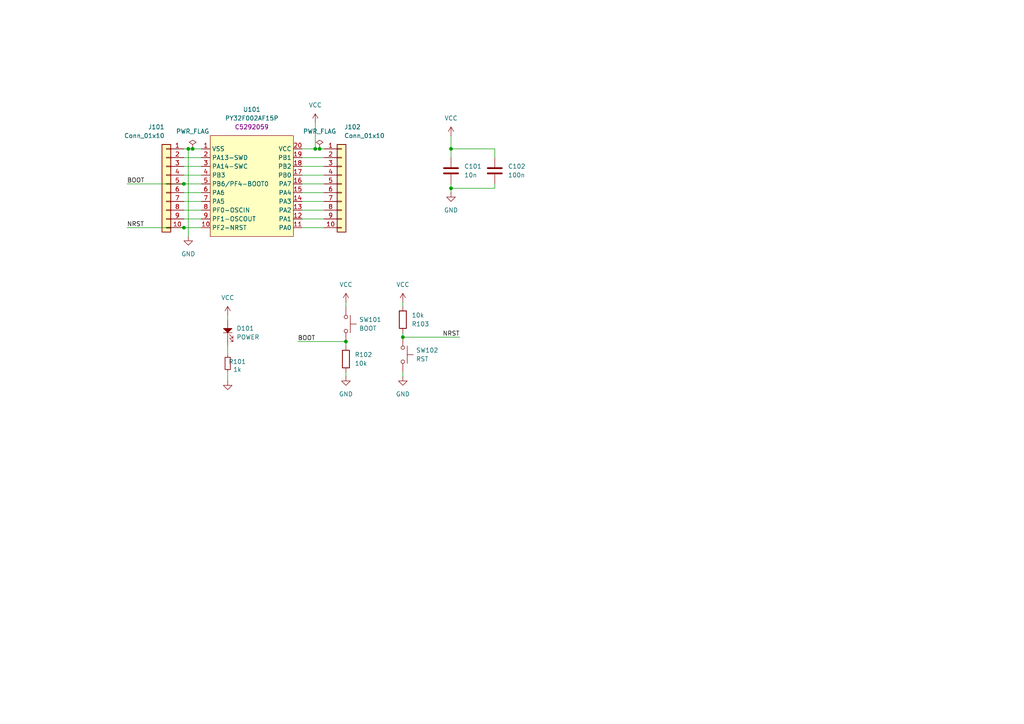
<source format=kicad_sch>
(kicad_sch (version 20231120) (generator "eeschema") (generator_version "8.0")
  (paper "A4")
  (lib_symbols
    (symbol "Connector_Generic:Conn_01x10" (pin_names (offset 1.016) hide)
      (property "Reference" "J" (at 0 12.7 0))
      (property "Value" "Conn_01x10" (at 0 -15.24 0))
      (symbol "Conn_01x10_1_1"
        (rectangle (start -1.27 -12.573) (end 0 -12.827) (stroke (width 0.1524)))
        (rectangle (start -1.27 -10.033) (end 0 -10.287) (stroke (width 0.1524)))
        (rectangle (start -1.27 -7.493) (end 0 -7.747) (stroke (width 0.1524)))
        (rectangle (start -1.27 -4.953) (end 0 -5.207) (stroke (width 0.1524)))
        (rectangle (start -1.27 -2.413) (end 0 -2.667) (stroke (width 0.1524)))
        (rectangle (start -1.27 0.127) (end 0 -0.127) (stroke (width 0.1524)))
        (rectangle (start -1.27 2.667) (end 0 2.413) (stroke (width 0.1524)))
        (rectangle (start -1.27 5.207) (end 0 4.953) (stroke (width 0.1524)))
        (rectangle (start -1.27 7.747) (end 0 7.493) (stroke (width 0.1524)))
        (rectangle (start -1.27 10.287) (end 0 10.033) (stroke (width 0.1524)))
        (rectangle (start -1.27 11.43) (end 1.27 -13.97) (stroke (width 0.254)) (fill (type background)))
        (pin passive line (at -5.08 10.16 0) (length 3.81) (name "Pin_1") (number "1"))
        (pin passive line (at -5.08 -12.7 0) (length 3.81) (name "Pin_10") (number "10"))
        (pin passive line (at -5.08 7.62 0) (length 3.81) (name "Pin_2") (number "2"))
        (pin passive line (at -5.08 5.08 0) (length 3.81) (name "Pin_3") (number "3"))
        (pin passive line (at -5.08 2.54 0) (length 3.81) (name "Pin_4") (number "4"))
        (pin passive line (at -5.08 0 0) (length 3.81) (name "Pin_5") (number "5"))
        (pin passive line (at -5.08 -2.54 0) (length 3.81) (name "Pin_6") (number "6"))
        (pin passive line (at -5.08 -5.08 0) (length 3.81) (name "Pin_7") (number "7"))
        (pin passive line (at -5.08 -7.62 0) (length 3.81) (name "Pin_8") (number "8"))
        (pin passive line (at -5.08 -10.16 0) (length 3.81) (name "Pin_9") (number "9"))
      )
    )
    (symbol "Device:C" (pin_numbers hide) (pin_names (offset 0.254))
      (property "Reference" "C" (at 0.635 2.54 0))
      (property "Value" "C" (at 0.635 -2.54 0))
      (symbol "C_0_1"
        (polyline (pts (xy -2.032 -0.762) (xy 2.032 -0.762)) (stroke (width 0.508)))
        (polyline (pts (xy -2.032 0.762) (xy 2.032 0.762)) (stroke (width 0.508)))
      )
      (symbol "C_1_1"
        (pin passive line (at 0 3.81 270) (length 2.794) (name "~") (number "1"))
        (pin passive line (at 0 -3.81 90) (length 2.794) (name "~") (number "2"))
      )
    )
    (symbol "Device:R" (pin_numbers hide) (pin_names (offset 0))
      (property "Reference" "R" (at 2.032 0 90))
      (property "Value" "R" (at 0 0 90))
      (symbol "R_0_1"
        (rectangle (start -1.016 -2.54) (end 1.016 2.54) (stroke (width 0.254)))
      )
      (symbol "R_1_1"
        (pin passive line (at 0 3.81 270) (length 1.27) (name "~") (number "1"))
        (pin passive line (at 0 -3.81 90) (length 1.27) (name "~") (number "2"))
      )
    )
    (symbol "Device:R_Small" (pin_numbers hide) (pin_names (offset 0.254) hide)
      (property "Reference" "R" (at 0.762 0.508 0))
      (property "Value" "R_Small" (at 0.762 -1.016 0))
      (symbol "R_Small_0_1"
        (rectangle (start -0.762 1.778) (end 0.762 -1.778) (stroke (width 0.2032)))
      )
      (symbol "R_Small_1_1"
        (pin passive line (at 0 2.54 270) (length 0.762) (name "~") (number "1"))
        (pin passive line (at 0 -2.54 90) (length 0.762) (name "~") (number "2"))
      )
    )
    (symbol "PCM_SL_Devices:LED"
      (property "Reference" "D" (at -0.508 5.334 0))
      (property "Value" "LED" (at -0.508 2.794 0))
      (symbol "LED_0_1"
        (polyline (pts (xy -1.27 0) (xy -2.54 0)))
        (polyline (pts (xy 0 1.27) (xy 0 -1.27)))
        (polyline (pts (xy 0.508 0.508) (xy 1.524 1.524)))
        (polyline (pts (xy 1.27 0) (xy 2.54 0)))
        (polyline (pts (xy 1.524 0.508) (xy 2.54 1.524)))
        (polyline (pts (xy 1.524 1.524) (xy 0.889 1.524)))
        (polyline (pts (xy 1.524 1.524) (xy 1.524 0.889)))
        (polyline (pts (xy 2.54 1.524) (xy 1.905 1.524)))
        (polyline (pts (xy 2.54 1.524) (xy 2.54 0.889)))
        (polyline (pts (xy 0 0) (xy -1.27 -1.27) (xy -1.27 1.27) (xy 0 0) (xy 1.27 0)) (fill (type outline)))
      )
      (symbol "LED_1_1"
        (pin passive line (at 3.81 0 180) (length 1.5) (name "~") (number "1"))
        (pin passive line (at -3.81 0 0) (length 1.5) (name "") (number "2"))
      )
    )
    (symbol "Switch:SW_Push" (pin_numbers hide) (pin_names (offset 1.016) hide)
      (property "Reference" "SW" (at 1.27 2.54 0))
      (property "Value" "SW_Push" (at 0 -1.524 0))
      (symbol "SW_Push_0_1"
        (circle (center -2.032 0) (radius 0.508))
        (polyline (pts (xy 0 1.27) (xy 0 3.048)))
        (polyline (pts (xy 2.54 1.27) (xy -2.54 1.27)))
        (circle (center 2.032 0) (radius 0.508))
        (pin passive line (at -5.08 0 0) (length 2.54) (name "1") (number "1"))
        (pin passive line (at 5.08 0 180) (length 2.54) (name "2") (number "2"))
      )
    )
    (symbol "power:GND" (power) (pin_numbers hide) (pin_names (offset 0) hide)
      (property "Value" "GND" (at 0 -3.81 0))
      (symbol "GND_0_1"
        (polyline (pts (xy 0 0) (xy 0 -1.27) (xy 1.27 -1.27) (xy 0 -2.54) (xy -1.27 -1.27) (xy 0 -1.27)))
      )
      (symbol "GND_1_1"
        (pin power_in line (at 0 0 270) (length 0) (name "~") (number "1"))
      )
    )
    (symbol "power:PWR_FLAG" (power) (pin_numbers hide) (pin_names (offset 0) hide)
      (property "Value" "PWR_FLAG" (at 0 3.81 0))
      (symbol "PWR_FLAG_0_0"
        (pin power_out line (at 0 0 90) (length 0) (name "~") (number "1"))
      )
      (symbol "PWR_FLAG_0_1"
        (polyline (pts (xy 0 0) (xy 0 1.27) (xy -1.016 1.905) (xy 0 2.54) (xy 1.016 1.905) (xy 0 1.27)))
      )
    )
    (symbol "power:VCC" (power) (pin_numbers hide) (pin_names (offset 0) hide)
      (property "Value" "VCC" (at 0 3.556 0))
      (symbol "VCC_0_1"
        (polyline (pts (xy -0.762 1.27) (xy 0 2.54)))
        (polyline (pts (xy 0 0) (xy 0 2.54)))
        (polyline (pts (xy 0 2.54) (xy 0.762 1.27)))
      )
      (symbol "VCC_1_1"
        (pin power_in line (at 0 0 90) (length 0) (name "~") (number "1"))
      )
    )
    (symbol "puya:PY32F002AF15P"
      (property "Reference" "U" (at 3.048 4.318 0))
      (property "Value" "PY32F002AF15P" (at 3.302 1.524 0))
      (property "LCSC" "C5292059" (at 0 0 0))
      (symbol "PY32F002AF15P_1_1"
        (rectangle (start -8.89 0) (end 15.24 -29.21) (fill (type background)))
        (pin power_in line (at -11.43 -3.81 0) (length 2.54) (name "VSS") (number "1"))
        (pin bidirectional line (at -11.43 -26.67 0) (length 2.54) (name "PF2-NRST") (number "10"))
        (pin bidirectional line (at 17.78 -26.67 180) (length 2.54) (name "PA0") (number "11"))
        (pin bidirectional line (at 17.78 -24.13 180) (length 2.54) (name "PA1") (number "12"))
        (pin bidirectional line (at 17.78 -21.59 180) (length 2.54) (name "PA2") (number "13"))
        (pin bidirectional line (at 17.78 -19.05 180) (length 2.54) (name "PA3") (number "14"))
        (pin bidirectional line (at 17.78 -16.51 180) (length 2.54) (name "PA4") (number "15"))
        (pin bidirectional line (at 17.78 -13.97 180) (length 2.54) (name "PA7") (number "16"))
        (pin bidirectional line (at 17.78 -11.43 180) (length 2.54) (name "PB0") (number "17"))
        (pin bidirectional line (at 17.78 -8.89 180) (length 2.54) (name "PB2") (number "18"))
        (pin bidirectional line (at 17.78 -6.35 180) (length 2.54) (name "PB1") (number "19"))
        (pin bidirectional line (at -11.43 -6.35 0) (length 2.54) (name "PA13-SWD") (number "2"))
        (pin power_in line (at 17.78 -3.81 180) (length 2.54) (name "VCC") (number "20"))
        (pin bidirectional line (at -11.43 -8.89 0) (length 2.54) (name "PA14-SWC") (number "3"))
        (pin bidirectional line (at -11.43 -11.43 0) (length 2.54) (name "PB3") (number "4"))
        (pin bidirectional line (at -11.43 -13.97 0) (length 2.54) (name "PB6/PF4-BOOT0") (number "5"))
        (pin bidirectional line (at -11.43 -16.51 0) (length 2.54) (name "PA6") (number "6"))
        (pin bidirectional line (at -11.43 -19.05 0) (length 2.54) (name "PA5") (number "7"))
        (pin bidirectional line (at -11.43 -21.59 0) (length 2.54) (name "PF0-OSCIN") (number "8"))
        (pin bidirectional line (at -11.43 -24.13 0) (length 2.54) (name "PF1-OSCOUT") (number "9"))
      )
    )
  )
  (junction (at 91.44 43.18))
  (junction (at 100.33 99.06))
  (junction (at 54.61 43.18))
  (junction (at 116.84 97.79))
  (junction (at 53.34 66.04))
  (junction (at 130.81 54.61))
  (junction (at 53.34 53.34))
  (junction (at 55.88 43.18))
  (junction (at 130.81 43.18))
  (junction (at 92.71 43.18))
  (wire (pts (xy 133.35 97.79) (xy 116.84 97.79)))
  (wire (pts (xy 93.98 58.42) (xy 87.63 58.42)))
  (wire (pts (xy 91.44 35.56) (xy 91.44 43.18)))
  (wire (pts (xy 93.98 66.04) (xy 87.63 66.04)))
  (wire (pts (xy 66.04 102.87) (xy 66.04 100.33)))
  (wire (pts (xy 53.34 58.42) (xy 58.42 58.42)))
  (wire (pts (xy 53.34 60.96) (xy 58.42 60.96)))
  (wire (pts (xy 100.33 87.63) (xy 100.33 88.9)))
  (wire (pts (xy 92.71 43.18) (xy 91.44 43.18)))
  (wire (pts (xy 100.33 109.22) (xy 100.33 107.95)))
  (wire (pts (xy 93.98 63.5) (xy 87.63 63.5)))
  (wire (pts (xy 53.34 66.04) (xy 58.42 66.04)))
  (wire (pts (xy 53.34 63.5) (xy 58.42 63.5)))
  (wire (pts (xy 53.34 43.18) (xy 54.61 43.18)))
  (wire (pts (xy 116.84 97.79) (xy 116.84 96.52)))
  (wire (pts (xy 91.44 43.18) (xy 87.63 43.18)))
  (wire (pts (xy 130.81 39.37) (xy 130.81 43.18)))
  (wire (pts (xy 55.88 43.18) (xy 58.42 43.18)))
  (wire (pts (xy 143.51 53.34) (xy 143.51 54.61)))
  (wire (pts (xy 93.98 45.72) (xy 87.63 45.72)))
  (wire (pts (xy 93.98 60.96) (xy 87.63 60.96)))
  (wire (pts (xy 130.81 43.18) (xy 143.51 43.18)))
  (wire (pts (xy 130.81 43.18) (xy 130.81 45.72)))
  (wire (pts (xy 36.83 53.34) (xy 53.34 53.34)))
  (wire (pts (xy 130.81 54.61) (xy 143.51 54.61)))
  (wire (pts (xy 93.98 53.34) (xy 87.63 53.34)))
  (wire (pts (xy 66.04 110.49) (xy 66.04 107.95)))
  (wire (pts (xy 100.33 99.06) (xy 100.33 100.33)))
  (wire (pts (xy 93.98 50.8) (xy 87.63 50.8)))
  (wire (pts (xy 116.84 87.63) (xy 116.84 88.9)))
  (wire (pts (xy 53.34 55.88) (xy 58.42 55.88)))
  (wire (pts (xy 86.36 99.06) (xy 100.33 99.06)))
  (wire (pts (xy 93.98 55.88) (xy 87.63 55.88)))
  (wire (pts (xy 93.98 43.18) (xy 92.71 43.18)))
  (wire (pts (xy 143.51 45.72) (xy 143.51 43.18)))
  (wire (pts (xy 116.84 109.22) (xy 116.84 107.95)))
  (wire (pts (xy 53.34 48.26) (xy 58.42 48.26)))
  (wire (pts (xy 36.83 66.04) (xy 53.34 66.04)))
  (wire (pts (xy 54.61 68.58) (xy 54.61 43.18)))
  (wire (pts (xy 53.34 50.8) (xy 58.42 50.8)))
  (wire (pts (xy 130.81 54.61) (xy 130.81 55.88)))
  (wire (pts (xy 53.34 53.34) (xy 58.42 53.34)))
  (wire (pts (xy 54.61 43.18) (xy 55.88 43.18)))
  (wire (pts (xy 130.81 53.34) (xy 130.81 54.61)))
  (wire (pts (xy 66.04 91.44) (xy 66.04 92.71)))
  (wire (pts (xy 93.98 48.26) (xy 87.63 48.26)))
  (wire (pts (xy 53.34 45.72) (xy 58.42 45.72)))
  (label "NRST" (at 36.83 66.04 0))
  (label "BOOT" (at 86.36 99.06 0))
  (label "BOOT" (at 36.83 53.34 0))
  (label "NRST" (at 133.35 97.79 180))
  (symbol (lib_id "power:GND") (at 54.61 68.58 0) (unit 1)
    (property "Reference" "#PWR02" (effects (hide yes)))
    (property "Value" "GND" (at 54.61 73.66 0))
    (property "Description" "Power symbol creates a global label with name \"GND\" , ground" (effects (hide yes)))
  )
  (symbol (lib_id "Device:C") (at 143.51 49.53 0) (unit 1)
    (property "Reference" "C102" (at 147.32 48.2599 0) (effects (justify left)))
    (property "Value" "100n" (at 147.32 50.7999 0) (effects (justify left)))
    (property "Footprint" "Capacitor_SMD:C_0402_1005Metric" (effects (hide yes)))
    (property "Description" "Unpolarized capacitor" (effects (hide yes)))
    (property "LCSC" "C1525" (effects (hide yes)))
  )
  (symbol (lib_id "Connector_Generic:Conn_01x10") (at 48.26 53.34 0) (mirror y) (unit 1) (in_bom no)
    (property "Reference" "J101" (at 47.752 36.83 0) (effects (justify left)))
    (property "Value" "Conn_01x10" (at 47.752 39.37 0) (effects (justify left)))
    (property "Footprint" "Connector_PinHeader_2.54mm:PinHeader_1x10_P2.54mm_Vertical" (effects (hide yes)))
    (property "Description" "Generic connector, single row, 01x10, script generated (kicad-library-utils/schlib/autogen/connector/)" (effects (hide yes)))
  )
  (symbol (lib_id "power:VCC") (at 100.33 87.63 0) (unit 1)
    (property "Reference" "#PWR05" (effects (hide yes)))
    (property "Value" "VCC" (at 100.33 82.55 0))
    (property "Description" "Power symbol creates a global label with name \"VCC\"" (effects (hide yes)))
  )
  (symbol (lib_id "power:GND") (at 100.33 109.22 0) (unit 1)
    (property "Reference" "#PWR06" (effects (hide yes)))
    (property "Value" "GND" (at 100.33 114.3 0))
    (property "Description" "Power symbol creates a global label with name \"GND\" , ground" (effects (hide yes)))
  )
  (symbol (lib_id "Connector_Generic:Conn_01x10") (at 99.06 53.34 0) (unit 1) (in_bom no)
    (property "Reference" "J102" (at 99.822 36.83 0) (effects (justify left)))
    (property "Value" "Conn_01x10" (at 99.822 39.37 0) (effects (justify left)))
    (property "Footprint" "Connector_PinHeader_2.54mm:PinHeader_1x10_P2.54mm_Vertical" (effects (hide yes)))
    (property "Description" "Generic connector, single row, 01x10, script generated (kicad-library-utils/schlib/autogen/connector/)" (effects (hide yes)))
  )
  (symbol (lib_id "power:GND") (at 130.81 55.88 0) (unit 1)
    (property "Reference" "#PWR04" (effects (hide yes)))
    (property "Value" "GND" (at 130.81 60.96 0))
    (property "Description" "Power symbol creates a global label with name \"GND\" , ground" (effects (hide yes)))
  )
  (symbol (lib_id "PCM_SL_Devices:LED") (at 66.04 96.52 270) (unit 1)
    (property "Reference" "D101" (at 68.58 95.2499 90) (effects (justify left)))
    (property "Value" "POWER" (at 68.58 97.7899 90) (effects (justify left)))
    (property "Footprint" "LED_SMD:LED_0603_1608Metric_Dot" (effects (hide yes)))
    (property "Description" "KT-0603R, Vf=1.9-2.2" (effects (hide yes)))
    (property "LCSC" "C2286" (effects (hide yes)))
  )
  (symbol (lib_id "Device:R_Small") (at 66.04 105.41 0) (mirror x) (unit 1)
    (property "Reference" "R101" (at 68.834 104.902 0))
    (property "Value" "1k" (at 68.834 107.188 0))
    (property "Footprint" "Resistor_SMD:R_0402_1005Metric" (effects (hide yes)))
    (property "LCSC" "C11702" (effects (hide yes)))
  )
  (symbol (lib_id "power:VCC") (at 91.44 35.56 0) (unit 1)
    (property "Reference" "#PWR01" (effects (hide yes)))
    (property "Value" "VCC" (at 91.44 30.48 0))
    (property "Description" "Power symbol creates a global label with name \"VCC\"" (effects (hide yes)))
  )
  (symbol (lib_id "power:PWR_FLAG") (at 92.71 43.18 0) (unit 1)
    (property "Reference" "#FLG0102" (effects (hide yes)))
    (property "Value" "PWR_FLAG" (at 92.71 38.1 0))
    (property "Description" "Special symbol for telling ERC where power comes from" (effects (hide yes)))
  )
  (symbol (lib_id "power:VCC") (at 66.04 91.44 0) (unit 1)
    (property "Reference" "#PWR09" (effects (hide yes)))
    (property "Value" "VCC" (at 66.04 86.36 0))
    (property "Description" "Power symbol creates a global label with name \"VCC\"" (effects (hide yes)))
  )
  (symbol (lib_id "Device:C") (at 130.81 49.53 0) (unit 1)
    (property "Reference" "C101" (at 134.62 48.2599 0) (effects (justify left)))
    (property "Value" "10n" (at 134.62 50.7999 0) (effects (justify left)))
    (property "Footprint" "Capacitor_SMD:C_0402_1005Metric" (effects (hide yes)))
    (property "Description" "Unpolarized capacitor" (effects (hide yes)))
    (property "LCSC" "C15195" (effects (hide yes)))
  )
  (symbol (lib_id "power:PWR_FLAG") (at 55.88 43.18 0) (unit 1)
    (property "Reference" "#FLG0101" (effects (hide yes)))
    (property "Value" "PWR_FLAG" (at 55.88 38.1 0))
    (property "Description" "Special symbol for telling ERC where power comes from" (effects (hide yes)))
  )
  (symbol (lib_id "Switch:SW_Push") (at 116.84 102.87 270) (unit 1)
    (property "Reference" "SW102" (at 120.65 101.5999 90) (effects (justify left)))
    (property "Value" "RST" (at 120.65 104.1399 90) (effects (justify left)))
    (property "Footprint" "py32f002a:TS-1187A-B-A-B" (effects (hide yes)))
    (property "Description" "C318884" (effects (hide yes)))
    (property "LCSC" "C318884" (effects (hide yes)))
  )
  (symbol (lib_id "puya:PY32F002AF15P") (at 69.85 39.37 0) (unit 1)
    (property "Reference" "U101" (at 73.025 31.75 0))
    (property "Value" "PY32F002AF15P" (at 73.025 34.29 0))
    (property "Footprint" "Package_SO:TSSOP-20_4.4x6.5mm_P0.65mm" (effects (hide yes)))
    (property "LCSC" "C5292059" (at 73.025 36.83 0))
  )
  (symbol (lib_id "Device:R") (at 116.84 92.71 0) (mirror x) (unit 1)
    (property "Reference" "R103" (at 119.38 93.9801 0) (effects (justify left)))
    (property "Value" "10k" (at 119.38 91.4401 0) (effects (justify left)))
    (property "Footprint" "Resistor_SMD:R_0402_1005Metric" (effects (hide yes)))
    (property "Description" "Resistor" (effects (hide yes)))
    (property "LCSC" "C25744" (effects (hide yes)))
  )
  (symbol (lib_id "power:GND") (at 66.04 110.49 0) (mirror y) (unit 1)
    (property "Reference" "#PWR010" (effects (hide yes)))
    (property "Value" "GND" (effects (hide yes)))
    (property "Description" "Power symbol creates a global label with name \"GND\" , ground" (effects (hide yes)))
  )
  (symbol (lib_id "power:VCC") (at 116.84 87.63 0) (unit 1)
    (property "Reference" "#PWR07" (effects (hide yes)))
    (property "Value" "VCC" (at 116.84 82.55 0))
    (property "Description" "Power symbol creates a global label with name \"VCC\"" (effects (hide yes)))
  )
  (symbol (lib_id "power:GND") (at 116.84 109.22 0) (unit 1)
    (property "Reference" "#PWR08" (effects (hide yes)))
    (property "Value" "GND" (at 116.84 114.3 0))
    (property "Description" "Power symbol creates a global label with name \"GND\" , ground" (effects (hide yes)))
  )
  (symbol (lib_id "Switch:SW_Push") (at 100.33 93.98 270) (mirror x) (unit 1)
    (property "Reference" "SW101" (at 104.14 92.7099 90) (effects (justify left)))
    (property "Value" "BOOT" (at 104.14 95.2499 90) (effects (justify left)))
    (property "Footprint" "py32f002a:TS-1187A-B-A-B" (effects (hide yes)))
    (property "Description" "C318884" (effects (hide yes)))
    (property "LCSC" "C318884" (effects (hide yes)))
  )
  (symbol (lib_id "power:VCC") (at 130.81 39.37 0) (unit 1)
    (property "Reference" "#PWR03" (effects (hide yes)))
    (property "Value" "VCC" (at 130.81 34.29 0))
    (property "Description" "Power symbol creates a global label with name \"VCC\"" (effects (hide yes)))
  )
  (symbol (lib_id "Device:R") (at 100.33 104.14 0) (unit 1)
    (property "Reference" "R102" (at 102.87 102.8699 0) (effects (justify left)))
    (property "Value" "10k" (at 102.87 105.4099 0) (effects (justify left)))
    (property "Footprint" "Resistor_SMD:R_0402_1005Metric" (effects (hide yes)))
    (property "Description" "Resistor" (effects (hide yes)))
    (property "LCSC" "C25744" (effects (hide yes)))
  )
)
</source>
